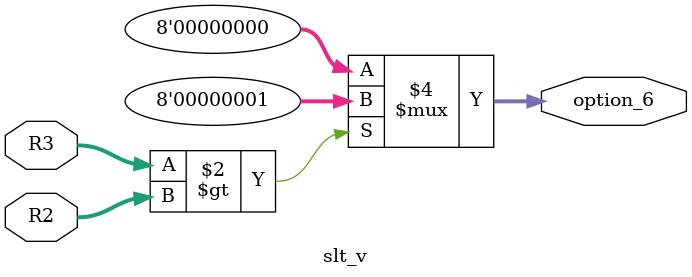
<source format=v>
`timescale 1ns / 1ps
module slt_v(R2,R3,option_6 );
parameter size=8;
input [size-1:0] R2;
input [size-1:0] R3;
output reg [size-1:0] option_6;

always@ (R2,R3)
	begin
	if(R3>R2)
		begin option_6=1; end
	else
		begin option_6=0; end
	end		

endmodule

</source>
